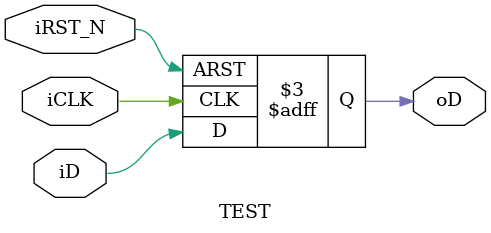
<source format=v>
`timescale 1ns/1ps
module TEST(
    iCLK,
    iRST_N,
    iD,
    oD
);

input iCLK;
input iRST_N;
input iD;
output oD;

reg oD;

always@(posedge iCLK or negedge iRST_N) begin
    if(!iRST_N) oD<=1'b0;
    else oD<=iD;
end

endmodule

</source>
